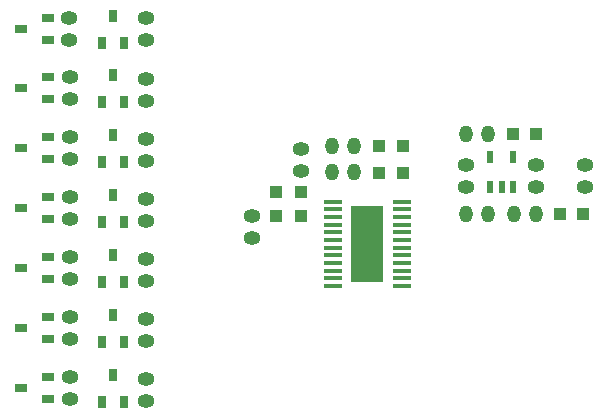
<source format=gbp>
G04*
G04 #@! TF.GenerationSoftware,Altium Limited,Altium Designer,22.7.1 (60)*
G04*
G04 Layer_Color=128*
%FSLAX25Y25*%
%MOIN*%
G70*
G04*
G04 #@! TF.SameCoordinates,3EC980D0-7658-4EA3-A3E4-A41FBE6F1EC8*
G04*
G04*
G04 #@! TF.FilePolarity,Positive*
G04*
G01*
G75*
%ADD24O,0.05709X0.04528*%
%ADD25R,0.04134X0.02559*%
%ADD26R,0.03937X0.03937*%
%ADD27R,0.03937X0.03937*%
%ADD28R,0.05906X0.01181*%
%ADD29R,0.10906X0.25197*%
%ADD30R,0.02559X0.04134*%
%ADD31R,0.02362X0.04331*%
%ADD32O,0.04528X0.05709*%
D24*
X58780Y12091D02*
D03*
Y19374D02*
D03*
Y39374D02*
D03*
Y32091D02*
D03*
Y52091D02*
D03*
Y59374D02*
D03*
Y79374D02*
D03*
Y72091D02*
D03*
Y92091D02*
D03*
Y99374D02*
D03*
Y119374D02*
D03*
X58780Y112091D02*
D03*
X33279Y32794D02*
D03*
Y40078D02*
D03*
Y60078D02*
D03*
Y52794D02*
D03*
Y72795D02*
D03*
Y80078D02*
D03*
Y100078D02*
D03*
Y92795D02*
D03*
X58780Y132358D02*
D03*
X58780Y139641D02*
D03*
X33279Y12795D02*
D03*
Y20078D02*
D03*
X33280Y120078D02*
D03*
X33279Y112794D02*
D03*
X33000Y139740D02*
D03*
Y132457D02*
D03*
X110500Y88858D02*
D03*
Y96142D02*
D03*
X165500Y90650D02*
D03*
Y83367D02*
D03*
X188845Y90650D02*
D03*
Y83367D02*
D03*
X94000Y66358D02*
D03*
Y73642D02*
D03*
X205000Y90642D02*
D03*
X205000Y83358D02*
D03*
D25*
X16972Y36338D02*
D03*
X26028Y32598D02*
D03*
Y40078D02*
D03*
Y60078D02*
D03*
Y52598D02*
D03*
X16972Y56338D02*
D03*
X26028Y100078D02*
D03*
X26028Y92598D02*
D03*
X16972Y96338D02*
D03*
Y76338D02*
D03*
X26028Y72598D02*
D03*
X26028Y80078D02*
D03*
X16972Y116338D02*
D03*
X26028Y112598D02*
D03*
Y120078D02*
D03*
X16972Y16338D02*
D03*
X26028Y12598D02*
D03*
Y20078D02*
D03*
X26028Y139740D02*
D03*
Y132260D02*
D03*
X16972Y136000D02*
D03*
D26*
X102000Y73843D02*
D03*
Y81717D02*
D03*
X110268D02*
D03*
X110268Y73843D02*
D03*
D27*
X204500Y74500D02*
D03*
X196626Y74500D02*
D03*
X136563Y97000D02*
D03*
X144437D02*
D03*
X136563Y88000D02*
D03*
X144437Y88000D02*
D03*
X188882Y101000D02*
D03*
X181008Y101000D02*
D03*
D28*
X121083Y78575D02*
D03*
X121083Y76016D02*
D03*
X121083Y73457D02*
D03*
X121083Y70898D02*
D03*
X121083Y68339D02*
D03*
X121083Y65780D02*
D03*
X121083Y63221D02*
D03*
X121083Y60661D02*
D03*
X121083Y58102D02*
D03*
X121083Y55543D02*
D03*
X121083Y52984D02*
D03*
X121083Y50425D02*
D03*
X143917D02*
D03*
X143917Y52984D02*
D03*
X143917Y55543D02*
D03*
X143917Y58102D02*
D03*
X143917Y60661D02*
D03*
X143917Y63221D02*
D03*
X143917Y65780D02*
D03*
X143917Y70898D02*
D03*
Y73457D02*
D03*
Y76016D02*
D03*
X143917Y78575D02*
D03*
X143917Y68339D02*
D03*
D29*
X132500Y64500D02*
D03*
D30*
X47780Y60865D02*
D03*
X44039Y51810D02*
D03*
X51520D02*
D03*
Y31810D02*
D03*
X44039D02*
D03*
X47780Y40865D02*
D03*
Y20865D02*
D03*
X44039Y11810D02*
D03*
X51520D02*
D03*
Y131472D02*
D03*
X44039D02*
D03*
X47780Y140527D02*
D03*
X47780Y100865D02*
D03*
X44039Y91810D02*
D03*
X51520Y91810D02*
D03*
Y71810D02*
D03*
X44039Y71810D02*
D03*
X47780Y80865D02*
D03*
X51520Y111810D02*
D03*
X44039D02*
D03*
X47780Y120865D02*
D03*
D31*
X173528Y93505D02*
D03*
X173528Y83268D02*
D03*
X177268D02*
D03*
X181008Y83268D02*
D03*
Y93505D02*
D03*
D32*
X120858Y97000D02*
D03*
X128142Y97000D02*
D03*
X128142Y88500D02*
D03*
X120858D02*
D03*
X165500Y74500D02*
D03*
X172783Y74500D02*
D03*
X181562Y74500D02*
D03*
X188845Y74500D02*
D03*
X172642Y101000D02*
D03*
X165358Y101000D02*
D03*
M02*

</source>
